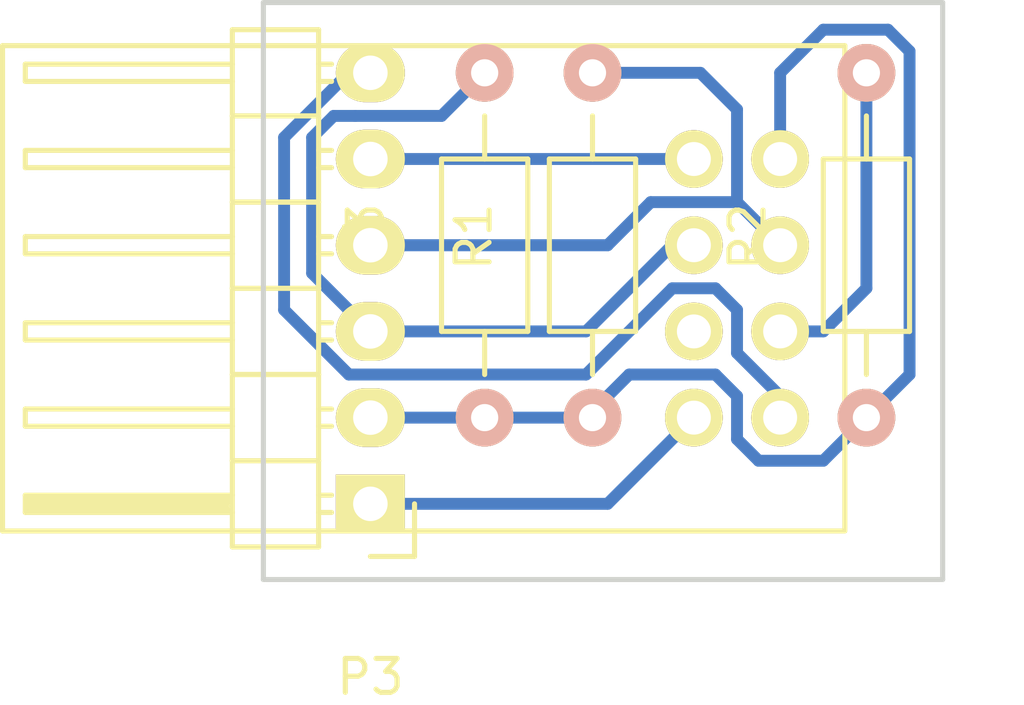
<source format=kicad_pcb>
(kicad_pcb (version 4) (host pcbnew 4.0.2-stable)

  (general
    (links 12)
    (no_connects 0)
    (area 42.044999 49.924999 72.54 70.845)
    (thickness 1.6)
    (drawings 4)
    (tracks 51)
    (zones 0)
    (modules 5)
    (nets 9)
  )

  (page A4)
  (layers
    (0 F.Cu signal)
    (31 B.Cu signal)
    (32 B.Adhes user)
    (33 F.Adhes user)
    (34 B.Paste user)
    (35 F.Paste user)
    (36 B.SilkS user)
    (37 F.SilkS user)
    (38 B.Mask user)
    (39 F.Mask user)
    (40 Dwgs.User user)
    (41 Cmts.User user)
    (42 Eco1.User user)
    (43 Eco2.User user)
    (44 Edge.Cuts user)
    (45 Margin user)
    (46 B.CrtYd user)
    (47 F.CrtYd user)
    (48 B.Fab user)
    (49 F.Fab user)
  )

  (setup
    (last_trace_width 0.35)
    (user_trace_width 0.35)
    (user_trace_width 0.5)
    (user_trace_width 1)
    (user_trace_width 1.5)
    (user_trace_width 2)
    (trace_clearance 0.2)
    (zone_clearance 0.508)
    (zone_45_only no)
    (trace_min 0.2)
    (segment_width 0.2)
    (edge_width 0.15)
    (via_size 0.6)
    (via_drill 0.4)
    (via_min_size 0.4)
    (via_min_drill 0.3)
    (user_via 1.7 0.8)
    (uvia_size 0.3)
    (uvia_drill 0.1)
    (uvias_allowed no)
    (uvia_min_size 0.2)
    (uvia_min_drill 0.1)
    (pcb_text_width 0.3)
    (pcb_text_size 1.5 1.5)
    (mod_edge_width 0.15)
    (mod_text_size 1 1)
    (mod_text_width 0.15)
    (pad_size 1.7 1.7)
    (pad_drill 0.8)
    (pad_to_mask_clearance 0.2)
    (aux_axis_origin 0 0)
    (visible_elements 7FFFFFFF)
    (pcbplotparams
      (layerselection 0x00030_80000001)
      (usegerberextensions false)
      (excludeedgelayer true)
      (linewidth 0.100000)
      (plotframeref false)
      (viasonmask false)
      (mode 1)
      (useauxorigin false)
      (hpglpennumber 1)
      (hpglpenspeed 20)
      (hpglpendiameter 15)
      (hpglpenoverlay 2)
      (psnegative false)
      (psa4output false)
      (plotreference true)
      (plotvalue true)
      (plotinvisibletext false)
      (padsonsilk false)
      (subtractmaskfromsilk false)
      (outputformat 1)
      (mirror false)
      (drillshape 1)
      (scaleselection 1)
      (outputdirectory ""))
  )

  (net 0 "")
  (net 1 GND)
  (net 2 +3V3)
  (net 3 "Net-(P3-Pad3)")
  (net 4 "Net-(R2-Pad2)")
  (net 5 "Net-(P3-Pad4)")
  (net 6 "Net-(P3-Pad5)")
  (net 7 "Net-(P3-Pad6)")
  (net 8 "Net-(U1-Pad3)")

  (net_class Default "This is the default net class."
    (clearance 0.2)
    (trace_width 0.25)
    (via_dia 0.6)
    (via_drill 0.4)
    (uvia_dia 0.3)
    (uvia_drill 0.1)
    (add_net +3V3)
    (add_net GND)
    (add_net "Net-(P3-Pad3)")
    (add_net "Net-(P3-Pad4)")
    (add_net "Net-(P3-Pad5)")
    (add_net "Net-(P3-Pad6)")
    (add_net "Net-(R2-Pad2)")
    (add_net "Net-(U1-Pad3)")
  )

  (module Resistors_ThroughHole:Resistor_Horizontal_RM10mm (layer F.Cu) (tedit 56FEE42F) (tstamp 56FEDB40)
    (at 59.69 62.23 90)
    (descr "Resistor, Axial,  RM 10mm, 1/3W")
    (tags "Resistor Axial RM 10mm 1/3W")
    (path /56FE79C6)
    (fp_text reference R1 (at 5.32892 -3.50012 90) (layer F.SilkS)
      (effects (font (size 1 1) (thickness 0.15)))
    )
    (fp_text value 3.3K (at 5.08 3.81 90) (layer F.Fab)
      (effects (font (size 1 1) (thickness 0.15)))
    )
    (fp_line (start -1.25 -1.5) (end 11.4 -1.5) (layer F.CrtYd) (width 0.05))
    (fp_line (start -1.25 1.5) (end -1.25 -1.5) (layer F.CrtYd) (width 0.05))
    (fp_line (start 11.4 -1.5) (end 11.4 1.5) (layer F.CrtYd) (width 0.05))
    (fp_line (start -1.25 1.5) (end 11.4 1.5) (layer F.CrtYd) (width 0.05))
    (fp_line (start 2.54 -1.27) (end 7.62 -1.27) (layer F.SilkS) (width 0.15))
    (fp_line (start 7.62 -1.27) (end 7.62 1.27) (layer F.SilkS) (width 0.15))
    (fp_line (start 7.62 1.27) (end 2.54 1.27) (layer F.SilkS) (width 0.15))
    (fp_line (start 2.54 1.27) (end 2.54 -1.27) (layer F.SilkS) (width 0.15))
    (fp_line (start 2.54 0) (end 1.27 0) (layer F.SilkS) (width 0.15))
    (fp_line (start 7.62 0) (end 8.89 0) (layer F.SilkS) (width 0.15))
    (pad 1 thru_hole circle (at 0 0 90) (size 1.7 1.7) (drill 0.8) (layers *.Cu *.SilkS *.Mask)
      (net 2 +3V3))
    (pad 2 thru_hole circle (at 10.16 0 90) (size 1.7 1.7) (drill 0.8) (layers *.Cu *.SilkS *.Mask)
      (net 5 "Net-(P3-Pad4)"))
    (model Resistors_ThroughHole.3dshapes/Resistor_Horizontal_RM10mm.wrl
      (at (xyz 0.2 0 0))
      (scale (xyz 0.4 0.4 0.4))
      (rotate (xyz 0 0 0))
    )
  )

  (module Resistors_ThroughHole:Resistor_Horizontal_RM10mm (layer F.Cu) (tedit 56FEE452) (tstamp 56FEDB46)
    (at 67.755 62.23 90)
    (descr "Resistor, Axial,  RM 10mm, 1/3W")
    (tags "Resistor Axial RM 10mm 1/3W")
    (path /56FED431)
    (fp_text reference R2 (at 5.32892 -3.50012 90) (layer F.SilkS)
      (effects (font (size 1 1) (thickness 0.15)))
    )
    (fp_text value 3.3K (at 5.08 3.81 90) (layer F.Fab)
      (effects (font (size 1 1) (thickness 0.15)))
    )
    (fp_line (start -1.25 -1.5) (end 11.4 -1.5) (layer F.CrtYd) (width 0.05))
    (fp_line (start -1.25 1.5) (end -1.25 -1.5) (layer F.CrtYd) (width 0.05))
    (fp_line (start 11.4 -1.5) (end 11.4 1.5) (layer F.CrtYd) (width 0.05))
    (fp_line (start -1.25 1.5) (end 11.4 1.5) (layer F.CrtYd) (width 0.05))
    (fp_line (start 2.54 -1.27) (end 7.62 -1.27) (layer F.SilkS) (width 0.15))
    (fp_line (start 7.62 -1.27) (end 7.62 1.27) (layer F.SilkS) (width 0.15))
    (fp_line (start 7.62 1.27) (end 2.54 1.27) (layer F.SilkS) (width 0.15))
    (fp_line (start 2.54 1.27) (end 2.54 -1.27) (layer F.SilkS) (width 0.15))
    (fp_line (start 2.54 0) (end 1.27 0) (layer F.SilkS) (width 0.15))
    (fp_line (start 7.62 0) (end 8.89 0) (layer F.SilkS) (width 0.15))
    (pad 1 thru_hole circle (at 0 0 90) (size 1.7 1.7) (drill 0.8) (layers *.Cu *.SilkS *.Mask)
      (net 2 +3V3))
    (pad 2 thru_hole circle (at 10.16 0 90) (size 1.7 1.7) (drill 0.8) (layers *.Cu *.SilkS *.Mask)
      (net 4 "Net-(R2-Pad2)"))
    (model Resistors_ThroughHole.3dshapes/Resistor_Horizontal_RM10mm.wrl
      (at (xyz 0.2 0 0))
      (scale (xyz 0.4 0.4 0.4))
      (rotate (xyz 0 0 0))
    )
  )

  (module Resistors_ThroughHole:Resistor_Horizontal_RM10mm (layer F.Cu) (tedit 570032D4) (tstamp 56FEDB4C)
    (at 56.515 62.23 90)
    (descr "Resistor, Axial,  RM 10mm, 1/3W")
    (tags "Resistor Axial RM 10mm 1/3W")
    (path /56FED53D)
    (fp_text reference R3 (at 5.32892 -3.50012 90) (layer F.SilkS)
      (effects (font (size 1 1) (thickness 0.15)))
    )
    (fp_text value 3.3K (at 5.08 3.81 90) (layer F.Fab)
      (effects (font (size 1 1) (thickness 0.15)))
    )
    (fp_line (start -1.25 -1.5) (end 11.4 -1.5) (layer F.CrtYd) (width 0.05))
    (fp_line (start -1.25 1.5) (end -1.25 -1.5) (layer F.CrtYd) (width 0.05))
    (fp_line (start 11.4 -1.5) (end 11.4 1.5) (layer F.CrtYd) (width 0.05))
    (fp_line (start -1.25 1.5) (end 11.4 1.5) (layer F.CrtYd) (width 0.05))
    (fp_line (start 2.54 -1.27) (end 7.62 -1.27) (layer F.SilkS) (width 0.15))
    (fp_line (start 7.62 -1.27) (end 7.62 1.27) (layer F.SilkS) (width 0.15))
    (fp_line (start 7.62 1.27) (end 2.54 1.27) (layer F.SilkS) (width 0.15))
    (fp_line (start 2.54 1.27) (end 2.54 -1.27) (layer F.SilkS) (width 0.15))
    (fp_line (start 2.54 0) (end 1.27 0) (layer F.SilkS) (width 0.15))
    (fp_line (start 7.62 0) (end 8.89 0) (layer F.SilkS) (width 0.15))
    (pad 1 thru_hole circle (at 0 0 90) (size 1.7 1.7) (drill 0.8) (layers *.Cu *.SilkS *.Mask)
      (net 2 +3V3))
    (pad 2 thru_hole circle (at 10.16 0 90) (size 1.7 1.7) (drill 0.8) (layers *.Cu *.SilkS *.Mask)
      (net 3 "Net-(P3-Pad3)"))
    (model Resistors_ThroughHole.3dshapes/Resistor_Horizontal_RM10mm.wrl
      (at (xyz 0.2 0 0))
      (scale (xyz 0.4 0.4 0.4))
      (rotate (xyz 0 0 0))
    )
  )

  (module suf_module:ESP-01 (layer F.Cu) (tedit 56FED5C5) (tstamp 56FEDB6E)
    (at 67.12 58.42 180)
    (path /56FE7971)
    (fp_text reference U1 (at 13.97 1.27 180) (layer F.SilkS)
      (effects (font (size 1 1) (thickness 0.15)))
    )
    (fp_text value ESP-01 (at 13.97 -1.27 180) (layer F.Fab)
      (effects (font (size 1 1) (thickness 0.15)))
    )
    (fp_line (start 0 -7.15) (end 0 7.15) (layer F.SilkS) (width 0.15))
    (fp_line (start 0 7.15) (end 24.8 7.15) (layer F.SilkS) (width 0.15))
    (fp_line (start 24.8 7.15) (end 24.8 -7.15) (layer F.SilkS) (width 0.15))
    (fp_line (start 24.8 -7.15) (end 0.05 -7.15) (layer F.SilkS) (width 0.15))
    (pad 1 thru_hole circle (at 4.445 -3.81 180) (size 1.7 1.7) (drill 1) (layers *.Cu *.Mask F.SilkS)
      (net 1 GND))
    (pad 2 thru_hole circle (at 1.905 -3.81 180) (size 1.7 1.7) (drill 1) (layers *.Cu *.Mask F.SilkS)
      (net 7 "Net-(P3-Pad6)"))
    (pad 3 thru_hole circle (at 4.445 -1.27 180) (size 1.7 1.7) (drill 1) (layers *.Cu *.Mask F.SilkS)
      (net 8 "Net-(U1-Pad3)"))
    (pad 4 thru_hole circle (at 1.905 -1.27 180) (size 1.7 1.7) (drill 1) (layers *.Cu *.Mask F.SilkS)
      (net 4 "Net-(R2-Pad2)"))
    (pad 5 thru_hole circle (at 4.445 1.27 180) (size 1.7 1.7) (drill 1) (layers *.Cu *.Mask F.SilkS)
      (net 3 "Net-(P3-Pad3)"))
    (pad 6 thru_hole circle (at 1.905 1.27 180) (size 1.7 1.7) (drill 1) (layers *.Cu *.Mask F.SilkS)
      (net 5 "Net-(P3-Pad4)"))
    (pad 7 thru_hole circle (at 4.445 3.81 180) (size 1.7 1.7) (drill 1) (layers *.Cu *.Mask F.SilkS)
      (net 6 "Net-(P3-Pad5)"))
    (pad 8 thru_hole circle (at 1.905 3.81 180) (size 1.7 1.7) (drill 1) (layers *.Cu *.Mask F.SilkS)
      (net 2 +3V3))
  )

  (module Pin_Headers:Pin_Header_Angled_1x06 (layer F.Cu) (tedit 0) (tstamp 5801EC7B)
    (at 53.15 64.77 180)
    (descr "Through hole pin header")
    (tags "pin header")
    (path /56FE78B6)
    (fp_text reference P3 (at 0 -5.1 180) (layer F.SilkS)
      (effects (font (size 1 1) (thickness 0.15)))
    )
    (fp_text value PROG (at 0 -3.1 180) (layer F.Fab)
      (effects (font (size 1 1) (thickness 0.15)))
    )
    (fp_line (start -1.5 -1.75) (end -1.5 14.45) (layer F.CrtYd) (width 0.05))
    (fp_line (start 10.65 -1.75) (end 10.65 14.45) (layer F.CrtYd) (width 0.05))
    (fp_line (start -1.5 -1.75) (end 10.65 -1.75) (layer F.CrtYd) (width 0.05))
    (fp_line (start -1.5 14.45) (end 10.65 14.45) (layer F.CrtYd) (width 0.05))
    (fp_line (start -1.3 -1.55) (end -1.3 0) (layer F.SilkS) (width 0.15))
    (fp_line (start 0 -1.55) (end -1.3 -1.55) (layer F.SilkS) (width 0.15))
    (fp_line (start 4.191 -0.127) (end 10.033 -0.127) (layer F.SilkS) (width 0.15))
    (fp_line (start 10.033 -0.127) (end 10.033 0.127) (layer F.SilkS) (width 0.15))
    (fp_line (start 10.033 0.127) (end 4.191 0.127) (layer F.SilkS) (width 0.15))
    (fp_line (start 4.191 0.127) (end 4.191 0) (layer F.SilkS) (width 0.15))
    (fp_line (start 4.191 0) (end 10.033 0) (layer F.SilkS) (width 0.15))
    (fp_line (start 1.524 -0.254) (end 1.143 -0.254) (layer F.SilkS) (width 0.15))
    (fp_line (start 1.524 0.254) (end 1.143 0.254) (layer F.SilkS) (width 0.15))
    (fp_line (start 1.524 2.286) (end 1.143 2.286) (layer F.SilkS) (width 0.15))
    (fp_line (start 1.524 2.794) (end 1.143 2.794) (layer F.SilkS) (width 0.15))
    (fp_line (start 1.524 4.826) (end 1.143 4.826) (layer F.SilkS) (width 0.15))
    (fp_line (start 1.524 5.334) (end 1.143 5.334) (layer F.SilkS) (width 0.15))
    (fp_line (start 1.524 12.954) (end 1.143 12.954) (layer F.SilkS) (width 0.15))
    (fp_line (start 1.524 12.446) (end 1.143 12.446) (layer F.SilkS) (width 0.15))
    (fp_line (start 1.524 10.414) (end 1.143 10.414) (layer F.SilkS) (width 0.15))
    (fp_line (start 1.524 9.906) (end 1.143 9.906) (layer F.SilkS) (width 0.15))
    (fp_line (start 1.524 7.874) (end 1.143 7.874) (layer F.SilkS) (width 0.15))
    (fp_line (start 1.524 7.366) (end 1.143 7.366) (layer F.SilkS) (width 0.15))
    (fp_line (start 1.524 -1.27) (end 4.064 -1.27) (layer F.SilkS) (width 0.15))
    (fp_line (start 1.524 1.27) (end 4.064 1.27) (layer F.SilkS) (width 0.15))
    (fp_line (start 1.524 1.27) (end 1.524 3.81) (layer F.SilkS) (width 0.15))
    (fp_line (start 1.524 3.81) (end 4.064 3.81) (layer F.SilkS) (width 0.15))
    (fp_line (start 4.064 2.286) (end 10.16 2.286) (layer F.SilkS) (width 0.15))
    (fp_line (start 10.16 2.286) (end 10.16 2.794) (layer F.SilkS) (width 0.15))
    (fp_line (start 10.16 2.794) (end 4.064 2.794) (layer F.SilkS) (width 0.15))
    (fp_line (start 4.064 3.81) (end 4.064 1.27) (layer F.SilkS) (width 0.15))
    (fp_line (start 4.064 1.27) (end 4.064 -1.27) (layer F.SilkS) (width 0.15))
    (fp_line (start 10.16 0.254) (end 4.064 0.254) (layer F.SilkS) (width 0.15))
    (fp_line (start 10.16 -0.254) (end 10.16 0.254) (layer F.SilkS) (width 0.15))
    (fp_line (start 4.064 -0.254) (end 10.16 -0.254) (layer F.SilkS) (width 0.15))
    (fp_line (start 1.524 1.27) (end 4.064 1.27) (layer F.SilkS) (width 0.15))
    (fp_line (start 1.524 -1.27) (end 1.524 1.27) (layer F.SilkS) (width 0.15))
    (fp_line (start 1.524 8.89) (end 4.064 8.89) (layer F.SilkS) (width 0.15))
    (fp_line (start 1.524 8.89) (end 1.524 11.43) (layer F.SilkS) (width 0.15))
    (fp_line (start 1.524 11.43) (end 4.064 11.43) (layer F.SilkS) (width 0.15))
    (fp_line (start 4.064 9.906) (end 10.16 9.906) (layer F.SilkS) (width 0.15))
    (fp_line (start 10.16 9.906) (end 10.16 10.414) (layer F.SilkS) (width 0.15))
    (fp_line (start 10.16 10.414) (end 4.064 10.414) (layer F.SilkS) (width 0.15))
    (fp_line (start 4.064 11.43) (end 4.064 8.89) (layer F.SilkS) (width 0.15))
    (fp_line (start 4.064 13.97) (end 4.064 11.43) (layer F.SilkS) (width 0.15))
    (fp_line (start 10.16 12.954) (end 4.064 12.954) (layer F.SilkS) (width 0.15))
    (fp_line (start 10.16 12.446) (end 10.16 12.954) (layer F.SilkS) (width 0.15))
    (fp_line (start 4.064 12.446) (end 10.16 12.446) (layer F.SilkS) (width 0.15))
    (fp_line (start 1.524 13.97) (end 4.064 13.97) (layer F.SilkS) (width 0.15))
    (fp_line (start 1.524 11.43) (end 1.524 13.97) (layer F.SilkS) (width 0.15))
    (fp_line (start 1.524 11.43) (end 4.064 11.43) (layer F.SilkS) (width 0.15))
    (fp_line (start 1.524 6.35) (end 4.064 6.35) (layer F.SilkS) (width 0.15))
    (fp_line (start 1.524 6.35) (end 1.524 8.89) (layer F.SilkS) (width 0.15))
    (fp_line (start 1.524 8.89) (end 4.064 8.89) (layer F.SilkS) (width 0.15))
    (fp_line (start 4.064 7.366) (end 10.16 7.366) (layer F.SilkS) (width 0.15))
    (fp_line (start 10.16 7.366) (end 10.16 7.874) (layer F.SilkS) (width 0.15))
    (fp_line (start 10.16 7.874) (end 4.064 7.874) (layer F.SilkS) (width 0.15))
    (fp_line (start 4.064 8.89) (end 4.064 6.35) (layer F.SilkS) (width 0.15))
    (fp_line (start 4.064 6.35) (end 4.064 3.81) (layer F.SilkS) (width 0.15))
    (fp_line (start 10.16 5.334) (end 4.064 5.334) (layer F.SilkS) (width 0.15))
    (fp_line (start 10.16 4.826) (end 10.16 5.334) (layer F.SilkS) (width 0.15))
    (fp_line (start 4.064 4.826) (end 10.16 4.826) (layer F.SilkS) (width 0.15))
    (fp_line (start 1.524 6.35) (end 4.064 6.35) (layer F.SilkS) (width 0.15))
    (fp_line (start 1.524 3.81) (end 1.524 6.35) (layer F.SilkS) (width 0.15))
    (fp_line (start 1.524 3.81) (end 4.064 3.81) (layer F.SilkS) (width 0.15))
    (pad 1 thru_hole rect (at 0 0 180) (size 2.032 1.7272) (drill 1.016) (layers *.Cu *.Mask F.SilkS)
      (net 1 GND))
    (pad 2 thru_hole oval (at 0 2.54 180) (size 2.032 1.7272) (drill 1.016) (layers *.Cu *.Mask F.SilkS)
      (net 2 +3V3))
    (pad 3 thru_hole oval (at 0 5.08 180) (size 2.032 1.7272) (drill 1.016) (layers *.Cu *.Mask F.SilkS)
      (net 3 "Net-(P3-Pad3)"))
    (pad 4 thru_hole oval (at 0 7.62 180) (size 2.032 1.7272) (drill 1.016) (layers *.Cu *.Mask F.SilkS)
      (net 5 "Net-(P3-Pad4)"))
    (pad 5 thru_hole oval (at 0 10.16 180) (size 2.032 1.7272) (drill 1.016) (layers *.Cu *.Mask F.SilkS)
      (net 6 "Net-(P3-Pad5)"))
    (pad 6 thru_hole oval (at 0 12.7 180) (size 2.032 1.7272) (drill 1.016) (layers *.Cu *.Mask F.SilkS)
      (net 7 "Net-(P3-Pad6)"))
    (model Pin_Headers.3dshapes/Pin_Header_Angled_1x06.wrl
      (at (xyz 0 -0.25 0))
      (scale (xyz 1 1 1))
      (rotate (xyz 0 0 90))
    )
  )

  (gr_line (start 70 50) (end 50 50) (angle 90) (layer Edge.Cuts) (width 0.15))
  (gr_line (start 70 67) (end 70 50) (angle 90) (layer Edge.Cuts) (width 0.15))
  (gr_line (start 50 67) (end 70 67) (angle 90) (layer Edge.Cuts) (width 0.15))
  (gr_line (start 50 50) (end 50 67) (angle 90) (layer Edge.Cuts) (width 0.15))

  (segment (start 53.15 64.77) (end 60.135 64.77) (width 0.35) (layer B.Cu) (net 1) (tstamp 5801EFFD))
  (segment (start 60.135 64.77) (end 62.675 62.23) (width 0.35) (layer B.Cu) (net 1) (tstamp 5801EE3B))
  (segment (start 67.755 62.23) (end 69.025 60.96) (width 0.35) (layer B.Cu) (net 2))
  (segment (start 65.215 52.07) (end 65.215 54.61) (width 0.35) (layer B.Cu) (net 2) (tstamp 5801EEFE))
  (segment (start 66.485 50.8) (end 65.215 52.07) (width 0.35) (layer B.Cu) (net 2) (tstamp 5801EEFA))
  (segment (start 68.39 50.8) (end 66.485 50.8) (width 0.35) (layer B.Cu) (net 2) (tstamp 5801EEF6))
  (segment (start 69.025 51.435) (end 68.39 50.8) (width 0.35) (layer B.Cu) (net 2) (tstamp 5801EEF4))
  (segment (start 69.025 60.96) (end 69.025 51.435) (width 0.35) (layer B.Cu) (net 2) (tstamp 5801EEEC))
  (segment (start 59.5 62.23) (end 60.77 60.96) (width 0.35) (layer B.Cu) (net 2))
  (segment (start 66.485 63.5) (end 67.755 62.23) (width 0.35) (layer B.Cu) (net 2) (tstamp 5801EEE9))
  (segment (start 64.58 63.5) (end 66.485 63.5) (width 0.35) (layer B.Cu) (net 2) (tstamp 5801EEE3))
  (segment (start 63.945 62.865) (end 64.58 63.5) (width 0.35) (layer B.Cu) (net 2) (tstamp 5801EEE2))
  (segment (start 63.945 61.595) (end 63.945 62.865) (width 0.35) (layer B.Cu) (net 2) (tstamp 5801EEE1))
  (segment (start 63.31 60.96) (end 63.945 61.595) (width 0.35) (layer B.Cu) (net 2) (tstamp 5801EEE0))
  (segment (start 60.77 60.96) (end 63.31 60.96) (width 0.35) (layer B.Cu) (net 2) (tstamp 5801EEDD))
  (segment (start 59.5 62.23) (end 60.135 62.23) (width 0.35) (layer B.Cu) (net 2))
  (segment (start 56.325 62.23) (end 59.5 62.23) (width 0.35) (layer B.Cu) (net 2))
  (segment (start 53.15 62.23) (end 56.325 62.23) (width 0.35) (layer B.Cu) (net 2))
  (segment (start 56.515 52.07) (end 55.245 53.34) (width 0.35) (layer B.Cu) (net 3) (status 400000))
  (segment (start 51.435 57.975) (end 53.15 59.69) (width 0.35) (layer B.Cu) (net 3) (tstamp 5801F1E4) (status 800000))
  (segment (start 51.435 53.975) (end 51.435 57.975) (width 0.35) (layer B.Cu) (net 3) (tstamp 5801F1E3))
  (segment (start 52.07 53.34) (end 51.435 53.975) (width 0.35) (layer B.Cu) (net 3) (tstamp 5801F1E0))
  (segment (start 52.705 53.34) (end 52.07 53.34) (width 0.35) (layer B.Cu) (net 3) (tstamp 5801F1DF))
  (segment (start 55.245 53.34) (end 52.705 53.34) (width 0.35) (layer B.Cu) (net 3) (tstamp 5801F1DE))
  (segment (start 62.675 57.15) (end 63.31 57.15) (width 0.35) (layer B.Cu) (net 3))
  (segment (start 53.15 59.69) (end 59.5 59.69) (width 0.35) (layer B.Cu) (net 3) (tstamp 5801EFF8))
  (segment (start 59.5 59.69) (end 62.04 57.15) (width 0.35) (layer B.Cu) (net 3) (tstamp 5801EE12))
  (segment (start 62.04 57.15) (end 62.675 57.15) (width 0.35) (layer B.Cu) (net 3) (tstamp 5801EE13))
  (segment (start 65.215 59.69) (end 66.485 59.69) (width 0.35) (layer B.Cu) (net 4))
  (segment (start 67.755 58.42) (end 67.755 52.07) (width 0.35) (layer B.Cu) (net 4) (tstamp 5801EF06))
  (segment (start 66.485 59.69) (end 67.755 58.42) (width 0.35) (layer B.Cu) (net 4) (tstamp 5801EF03))
  (segment (start 63.945 55.88) (end 63.945 53.15) (width 0.35) (layer B.Cu) (net 5))
  (segment (start 62.865 52.07) (end 59.69 52.07) (width 0.35) (layer B.Cu) (net 5) (tstamp 5801F1CE) (status 800000))
  (segment (start 63.945 53.15) (end 62.865 52.07) (width 0.35) (layer B.Cu) (net 5) (tstamp 5801F1CB))
  (segment (start 61.405 55.88) (end 63.945 55.88) (width 0.35) (layer B.Cu) (net 5))
  (segment (start 60.135 57.15) (end 61.405 55.88) (width 0.35) (layer B.Cu) (net 5) (tstamp 5801EE62))
  (segment (start 63.945 55.88) (end 65.215 57.15) (width 0.35) (layer B.Cu) (net 5) (tstamp 5801F1C6) (status 800000))
  (segment (start 52.515 57.15) (end 60.135 57.15) (width 0.35) (layer B.Cu) (net 5) (tstamp 5801F06D))
  (segment (start 53.15 57.15) (end 60.135 57.15) (width 0.35) (layer B.Cu) (net 5) (tstamp 5801EFF5))
  (segment (start 53.15 54.61) (end 62.675 54.61) (width 0.35) (layer B.Cu) (net 6) (tstamp 5801EFF1))
  (segment (start 53.15 52.07) (end 52.515 52.07) (width 0.35) (layer B.Cu) (net 7))
  (segment (start 52.515 52.07) (end 50.61 53.975) (width 0.35) (layer B.Cu) (net 7) (tstamp 5801F0A6))
  (segment (start 50.61 53.975) (end 50.61 59.055) (width 0.35) (layer B.Cu) (net 7) (tstamp 5801F0A9))
  (segment (start 50.61 59.055) (end 52.515 60.96) (width 0.35) (layer B.Cu) (net 7) (tstamp 5801F0AC))
  (segment (start 52.515 60.96) (end 59.5 60.96) (width 0.35) (layer B.Cu) (net 7) (tstamp 5801F0B4))
  (segment (start 59.5 60.96) (end 62.04 58.42) (width 0.35) (layer B.Cu) (net 7) (tstamp 5801EE09))
  (segment (start 62.04 58.42) (end 63.31 58.42) (width 0.35) (layer B.Cu) (net 7) (tstamp 5801EE0B))
  (segment (start 63.31 58.42) (end 63.945 59.055) (width 0.35) (layer B.Cu) (net 7) (tstamp 5801EE0C))
  (segment (start 63.945 59.055) (end 63.945 60.325) (width 0.35) (layer B.Cu) (net 7) (tstamp 5801EE0D))
  (segment (start 63.945 60.325) (end 65.215 61.595) (width 0.35) (layer B.Cu) (net 7) (tstamp 5801EE0E))
  (segment (start 65.215 61.595) (end 65.215 62.23) (width 0.35) (layer B.Cu) (net 7) (tstamp 5801EE0F))

)

</source>
